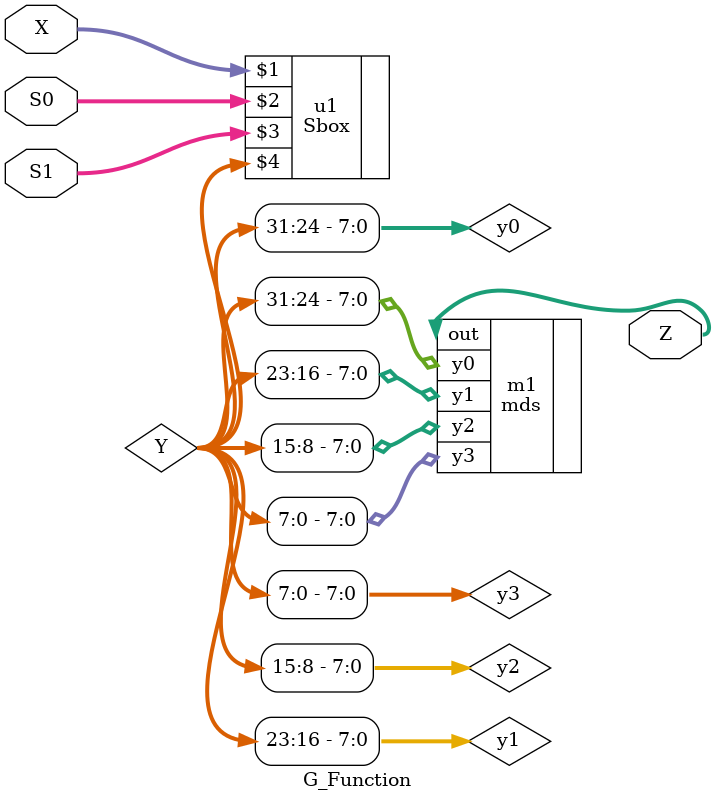
<source format=v>
`timescale 1ns / 1ps


module G_Function(X,S0,S1,Z);
    input [31:0] X,S0,S1;
    output [31:0] Z;
    wire[31:0] Y;
    wire [7:0] y0,y1,y2,y3;
    
    
    Sbox u1 (X,S0,S1,Y);
    assign {y0,y1,y2,y3}=Y;
    
    
    mds m1 (.y0(y0),.y1(y1),.y2(y2),.y3(y3),.out(Z));
endmodule

</source>
